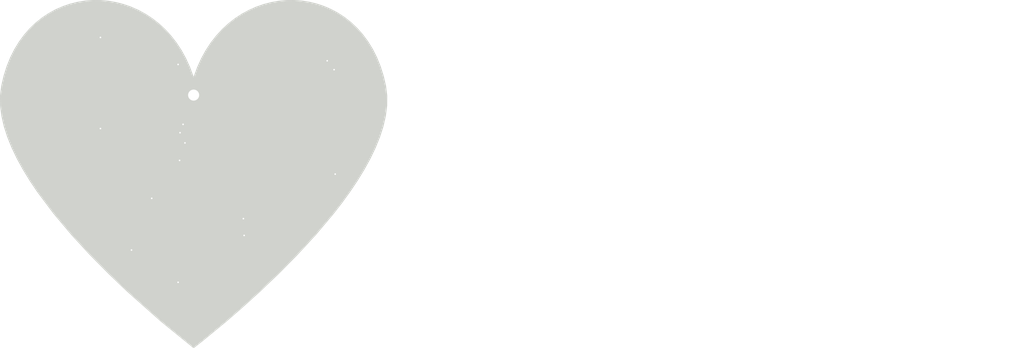
<source format=kicad_pcb>
(kicad_pcb (version 20240108) (generator "pcbnew") (generator_version "8.0")
  (layers (0 "F.Cu" signal) (31 "B.Cu" signal) (34 "B.Paste" user) (35 "F.Paste" user) (36 "B.SilkS" user "B.Silkscreen") (37 "F.SilkS" user "F.Silkscreen") (38 "B.Mask" user) (39 "F.Mask" user) (44 "Edge.Cuts" user))
  (net 0 "")
  (net 1 "Net-(BT1-+)")
  (net 2 "GND")
  (net 3 "Net-(U1-THR)")
  (net 4 "Net-(Q1-C)")
  (net 5 "Net-(U1-CV)")
  (net 6 "Net-(D2-K)")
  (net 7 "Net-(D3-K)")
  (net 8 "Net-(D4-K)")
  (net 9 "Net-(D5-K)")
  (net 10 "Net-(D6-K)")
  (net 11 "Net-(D7-K)")
  (net 12 "Net-(D8-K)")
  (net 13 "Net-(Q1-B)")
  (net 14 "Net-(Q2-C)")
  (net 15 "Net-(U1-DIS)")
  (net 16 "Net-(U1-Q)")
  (footprint "Resistor_SMD:R_0805_2012Metric" (layer "F.Cu") (at 190.9125 75 90)
    (property "Reference" "R8" (at 0 -1.65 90) (layer "F.SilkS"))
    (property "Value" "1k")
    (fp_line (start -0.227064 -0.735) (end 0.227064 -0.735) (stroke (width 0.12)) (layer "F.SilkS"))
    (fp_line (start -0.227064 0.735) (end 0.227064 0.735) (stroke (width 0.12)) (layer "F.SilkS"))
    (pad "1" smd roundrect (at -0.9125 0 90) (size 1.025 1.4) (layers "F.Cu" "F.Paste" "F.Mask") (roundrect_rratio 0.243902) (net 10 "Net-(D6-K)"))
    (pad "2" smd roundrect (at 0.9125 0 90) (size 1.025 1.4) (layers "F.Cu" "F.Paste" "F.Mask") (roundrect_rratio 0.243902) (net 16 "Net-(U1-Q)"))
  )
  (footprint "Resistor_SMD:R_0805_2012Metric" (layer "F.Cu") (at 230.9125 70 90)
    (property "Reference" "R10" (at 0 -1.65 90) (layer "F.SilkS"))
    (property "Value" "1k")
    (fp_line (start -0.227064 -0.735) (end 0.227064 -0.735) (stroke (width 0.12)) (layer "F.SilkS"))
    (fp_line (start -0.227064 0.735) (end 0.227064 0.735) (stroke (width 0.12)) (layer "F.SilkS"))
    (pad "1" smd roundrect (at -0.9125 0 90) (size 1.025 1.4) (layers "F.Cu" "F.Paste" "F.Mask") (roundrect_rratio 0.243902) (net 11 "Net-(D7-K)"))
    (pad "2" smd roundrect (at 0.9125 0 90) (size 1.025 1.4) (layers "F.Cu" "F.Paste" "F.Mask") (roundrect_rratio 0.243902) (net 16 "Net-(U1-Q)"))
  )
  (footprint "Resistor_SMD:R_0805_2012Metric" (layer "F.Cu") (at 230 115 180)
    (property "Reference" "R12" (at 0 -1.65 0) (layer "F.SilkS"))
    (property "Value" "100")
    (fp_line (start -0.227064 0.735) (end 0.227064 0.735) (stroke (width 0.12)) (layer "F.SilkS"))
    (fp_line (start -0.227064 -0.735) (end 0.227064 -0.735) (stroke (width 0.12)) (layer "F.SilkS"))
    (pad "1" smd roundrect (at -0.9125 0 180) (size 1.025 1.4) (layers "F.Cu" "F.Paste" "F.Mask") (roundrect_rratio 0.243902) (net 16 "Net-(U1-Q)"))
    (pad "2" smd roundrect (at 0.9125 0 180) (size 1.025 1.4) (layers "F.Cu" "F.Paste" "F.Mask") (roundrect_rratio 0.243902) (net 12 "Net-(D8-K)"))
  )
  (footprint "Resistor_SMD:R_0805_2012Metric" (layer "F.Cu") (at 210.9125 95)
    (property "Reference" "C1" (at 0 -1.65 0) (layer "F.SilkS"))
    (property "Value" "10uF")
    (fp_line (start -0.227064 -0.735) (end 0.227064 -0.735) (stroke (width 0.12)) (layer "F.SilkS"))
    (fp_line (start -0.227064 0.735) (end 0.227064 0.735) (stroke (width 0.12)) (layer "F.SilkS"))
    (pad "1" smd roundrect (at -0.9125 0) (size 1.025 1.4) (layers "F.Cu" "F.Paste" "F.Mask") (roundrect_rratio 0.243902) (net 3 "Net-(U1-THR)"))
    (pad "2" smd roundrect (at 0.9125 0) (size 1.025 1.4) (layers "F.Cu" "F.Paste" "F.Mask") (roundrect_rratio 0.243902) (net 2 "GND"))
  )
  (footprint "Capacitor_Tantalum_SMD:CP_EIA-3216-18_Kemet-A" (layer "F.Cu") (at 226.35 75)
    (property "Reference" "C3" (at 0 -1.75 0) (layer "F.SilkS"))
    (property "Value" "47uF")
    (fp_line (start -2.31 -0.935) (end -2.31 0.935) (stroke (width 0.12)) (layer "F.SilkS"))
    (fp_line (start -2.31 0.935) (end 1.6 0.935) (stroke (width 0.12)) (layer "F.SilkS"))
    (fp_line (start 1.6 -0.935) (end -2.31 -0.935) (stroke (width 0.12)) (layer "F.SilkS"))
    (pad "1" smd roundrect (at -1.35 0) (size 1.4 1.35) (layers "F.Cu" "F.Paste" "F.Mask") (roundrect_rratio 0.185185) (net 4 "Net-(Q1-C)"))
    (pad "2" smd roundrect (at 1.35 0) (size 1.4 1.35) (layers "F.Cu" "F.Paste" "F.Mask") (roundrect_rratio 0.185185) (net 2 "GND"))
  )
  (footprint "LED_SMD:LED_0805_2012Metric" (layer "F.Cu") (at 239.0625 65)
    (property "Reference" "D7" (at 0 -1.65 0) (layer "F.SilkS"))
    (property "Value" "LED")
    (fp_line (start -1.685 -0.96) (end -1.685 0.96) (stroke (width 0.12)) (layer "F.SilkS"))
    (fp_line (start -1.685 0.96) (end 1 0.96) (stroke (width 0.12)) (layer "F.SilkS"))
    (fp_line (start 1 -0.96) (end -1.685 -0.96) (stroke (width 0.12)) (layer "F.SilkS"))
    (pad "1" smd roundrect (at -0.9375 0) (size 0.975 1.4) (layers "F.Cu" "F.Paste" "F.Mask") (net 11 "Net-(D7-K)"))
    (pad "2" smd roundrect (at 0.9375 0) (size 0.975 1.4) (layers "F.Cu" "F.Paste" "F.Mask") (net 2 "GND"))
  )
  (footprint "MountingHole:MountingHole_2.1mm" (layer "F.Cu") (at 220 80)
    (property "Reference" "REF**" (hide yes))
    (property "Value" "MountingHole_2.1mm")
    (pad "" np_thru_hole circle (at 0 0) (size 2.1 2.1) (drill 2.1) (layers "*.Cu" "*.Mask"))
  )
  (footprint "LED_SMD:LED_0805_2012Metric" (layer "F.Cu") (at 200.9375 65)
    (property "Reference" "D6" (at -0.9375 0 0) (layer "F.SilkS"))
    (property "Value" "LED")
    (fp_line (start -1.685 -0.96) (end -1.685 0.96) (stroke (width 0.12)) (layer "F.SilkS"))
    (fp_line (start -1.685 0.96) (end 1 0.96) (stroke (width 0.12)) (layer "F.SilkS"))
    (fp_line (start 1 -0.96) (end -1.685 -0.96) (stroke (width 0.12)) (layer "F.SilkS"))
    (pad "1" smd roundrect (at -0.9375 0) (size 0.975 1.4) (layers "F.Cu" "F.Paste" "F.Mask") (net 10 "Net-(D6-K)"))
    (pad "2" smd roundrect (at 0.9375 0) (size 0.975 1.4) (layers "F.Cu" "F.Paste" "F.Mask") (net 2 "GND"))
  )
  (footprint "Resistor_SMD:R_0805_2012Metric" (layer "F.Cu") (at 245 95 -90)
    (property "Reference" "R11" (at 0 -1.65 90) (layer "F.SilkS"))
    (property "Value" "1k")
    (fp_line (start -0.227064 0.735) (end 0.227064 0.735) (stroke (width 0.12)) (layer "F.SilkS"))
    (fp_line (start -0.227064 -0.735) (end 0.227064 -0.735) (stroke (width 0.12)) (layer "F.SilkS"))
    (pad "1" smd roundrect (at -0.9125 0 270) (size 1.025 1.4) (layers "F.Cu" "F.Paste" "F.Mask") (roundrect_rratio 0.243902) (net 7 "Net-(D3-K)"))
    (pad "2" smd roundrect (at 0.9125 0 270) (size 1.025 1.4) (layers "F.Cu" "F.Paste" "F.Mask") (roundrect_rratio 0.243902) (net 16 "Net-(U1-Q)"))
  )
  (footprint "Resistor_SMD:R_0805_2012Metric" (layer "F.Cu") (at 250.9125 75 90)
    (property "Reference" "R7" (at 0 -1.65 90) (layer "F.SilkS"))
    (property "Value" "1k")
    (fp_line (start -0.227064 -0.735) (end 0.227064 -0.735) (stroke (width 0.12)) (layer "F.SilkS"))
    (fp_line (start -0.227064 0.735) (end 0.227064 0.735) (stroke (width 0.12)) (layer "F.SilkS"))
    (pad "1" smd roundrect (at -0.9125 0 90) (size 1.025 1.4) (layers "F.Cu" "F.Paste" "F.Mask") (roundrect_rratio 0.243902) (net 8 "Net-(D4-K)"))
    (pad "2" smd roundrect (at 0.9125 0 90) (size 1.025 1.4) (layers "F.Cu" "F.Paste" "F.Mask") (roundrect_rratio 0.243902) (net 16 "Net-(U1-Q)"))
  )
  (footprint "LED_SMD:LED_0805_2012Metric" (layer "F.Cu") (at 205.9375 105)
    (property "Reference" "D2" (at 0 -1.65 0) (layer "F.SilkS"))
    (property "Value" "LED")
    (fp_line (start -1.685 -0.96) (end -1.685 0.96) (stroke (width 0.12)) (layer "F.SilkS"))
    (fp_line (start -1.685 0.96) (end 1 0.96) (stroke (width 0.12)) (layer "F.SilkS"))
    (fp_line (start 1 -0.96) (end -1.685 -0.96) (stroke (width 0.12)) (layer "F.SilkS"))
    (pad "1" smd roundrect (at -0.9375 0) (size 0.975 1.4) (layers "F.Cu" "F.Paste" "F.Mask") (net 6 "Net-(D2-K)"))
    (pad "2" smd roundrect (at 0.9375 0) (size 0.975 1.4) (layers "F.Cu" "F.Paste" "F.Mask") (net 2 "GND"))
  )
  (footprint "Resistor_SMD:R_0805_2012Metric" (layer "F.Cu") (at 235.9125 85)
    (property "Reference" "C4" (at 0 -1.65 0) (layer "F.SilkS"))
    (property "Value" "10nF")
    (fp_line (start -0.227064 -0.735) (end 0.227064 -0.735) (stroke (width 0.12)) (layer "F.SilkS"))
    (fp_line (start -0.227064 0.735) (end 0.227064 0.735) (stroke (width 0.12)) (layer "F.SilkS"))
    (pad "1" smd roundrect (at -0.9125 0) (size 1.025 1.4) (layers "F.Cu" "F.Paste" "F.Mask") (roundrect_rratio 0.243902) (net 5 "Net-(U1-CV)"))
    (pad "2" smd roundrect (at 0.9125 0) (size 1.025 1.4) (layers "F.Cu" "F.Paste" "F.Mask") (roundrect_rratio 0.243902) (net 2 "GND"))
  )
  (footprint "Package_TO_SOT_SMD:SOT-23" (layer "F.Cu") (at 229.0625 105)
    (property "Reference" "Q1" (at 0 -2.4 0) (layer "F.SilkS"))
    (property "Value" "BC857")
    (fp_line (start 0 -1.56) (end -0.65 -1.56) (stroke (width 0.12)) (layer "F.SilkS"))
    (fp_line (start 0 -1.56) (end 0.65 -1.56) (stroke (width 0.12)) (layer "F.SilkS"))
    (fp_line (start 0 1.56) (end -0.65 1.56) (stroke (width 0.12)) (layer "F.SilkS"))
    (fp_line (start 0 1.56) (end 0.65 1.56) (stroke (width 0.12)) (layer "F.SilkS"))
    (fp_poly (pts (xy -1.1625 -1.51) (xy -1.4025 -1.84) (xy -0.9225 -1.84) (xy -1.1625 -1.51)) (stroke (width 0.12)) (fill solid) (layer "F.SilkS"))
    (pad "1" smd roundrect (at -0.9375 -0.95) (size 1.475 0.6) (layers "F.Cu" "F.Paste" "F.Mask") (net 13 "Net-(Q1-B)"))
    (pad "2" smd roundrect (at -0.9375 0.95) (size 1.475 0.6) (layers "F.Cu" "F.Paste" "F.Mask") (net 1 "Net-(BT1-+)"))
    (pad "3" smd roundrect (at 0.9375 0) (size 1.475 0.6) (layers "F.Cu" "F.Paste" "F.Mask") (net 4 "Net-(Q1-C)"))
  )
  (footprint "Package_SO:SOIC-8_3.9x4.9mm_P1.27mm" (layer "F.Cu") (at 217.525 88.095)
    (property "Reference" "U1" (at 0 -3.4 0) (layer "F.SilkS"))
    (property "Value" "LMC555xM")
    (fp_line (start 0 -2.56) (end -1.95 -2.56) (stroke (width 0.12)) (layer "F.SilkS"))
    (fp_line (start 0 -2.56) (end 1.95 -2.56) (stroke (width 0.12)) (layer "F.SilkS"))
    (fp_line (start 0 2.56) (end -1.95 2.56) (stroke (width 0.12)) (layer "F.SilkS"))
    (fp_line (start 0 2.56) (end 1.95 2.56) (stroke (width 0.12)) (layer "F.SilkS"))
    (fp_poly (pts (xy -2.7 -2.465) (xy -2.94 -2.795) (xy -2.46 -2.795) (xy -2.7 -2.465)) (stroke (width 0.12)) (fill solid) (layer "F.SilkS"))
    (pad "1" smd roundrect (at -2.475 -1.905) (size 1.95 0.6) (layers "F.Cu" "F.Paste" "F.Mask") (net 2 "GND"))
    (pad "2" smd roundrect (at -2.475 -0.635) (size 1.95 0.6) (layers "F.Cu" "F.Paste" "F.Mask") (net 3 "Net-(U1-THR)"))
    (pad "3" smd roundrect (at -2.475 0.635) (size 1.95 0.6) (layers "F.Cu" "F.Paste" "F.Mask") (net 16 "Net-(U1-Q)"))
    (pad "4" smd roundrect (at -2.475 1.905) (size 1.95 0.6) (layers "F.Cu" "F.Paste" "F.Mask") (net 4 "Net-(Q1-C)"))
    (pad "5" smd roundrect (at 2.475 1.905) (size 1.95 0.6) (layers "F.Cu" "F.Paste" "F.Mask") (net 5 "Net-(U1-CV)"))
    (pad "6" smd roundrect (at 2.475 0.635) (size 1.95 0.6) (layers "F.Cu" "F.Paste" "F.Mask") (net 3 "Net-(U1-THR)"))
    (pad "7" smd roundrect (at 2.475 -0.635) (size 1.95 0.6) (layers "F.Cu" "F.Paste" "F.Mask") (net 15 "Net-(U1-DIS)"))
    (pad "8" smd roundrect (at 2.475 -1.905) (size 1.95 0.6) (layers "F.Cu" "F.Paste" "F.Mask") (net 4 "Net-(Q1-C)"))
  )
  (footprint "Resistor_SMD:R_0805_2012Metric" (layer "F.Cu") (at 209.0875 75 90)
    (property "Reference" "R4" (at 0 -1.65 90) (layer "F.SilkS"))
    (property "Value" "10k")
    (fp_line (start -0.227064 -0.735) (end 0.227064 -0.735) (stroke (width 0.12)) (layer "F.SilkS"))
    (fp_line (start -0.227064 0.735) (end 0.227064 0.735) (stroke (width 0.12)) (layer "F.SilkS"))
    (pad "1" smd roundrect (at -0.9125 0 90) (size 1.025 1.4) (layers "F.Cu" "F.Paste" "F.Mask") (roundrect_rratio 0.243902) (net 4 "Net-(Q1-C)"))
    (pad "2" smd roundrect (at 0.9125 0 90) (size 1.025 1.4) (layers "F.Cu" "F.Paste" "F.Mask") (roundrect_rratio 0.243902) (net 15 "Net-(U1-DIS)"))
  )
  (footprint "LED_SMD:LED_0805_2012Metric" (layer "F.Cu") (at 235.9375 105)
    (property "Reference" "D3" (at 0 -1.65 0) (layer "F.SilkS"))
    (property "Value" "LED")
    (fp_line (start -1.685 -0.96) (end -1.685 0.96) (stroke (width 0.12)) (layer "F.SilkS"))
    (fp_line (start -1.685 0.96) (end 1 0.96) (stroke (width 0.12)) (layer "F.SilkS"))
    (fp_line (start 1 -0.96) (end -1.685 -0.96) (stroke (width 0.12)) (layer "F.SilkS"))
    (pad "1" smd roundrect (at -0.9375 0) (size 0.975 1.4) (layers "F.Cu" "F.Paste" "F.Mask") (net 7 "Net-(D3-K)"))
    (pad "2" smd roundrect (at 0.9375 0) (size 0.975 1.4) (layers "F.Cu" "F.Paste" "F.Mask") (net 2 "GND"))
  )
  (footprint "Resistor_SMD:R_0805_2012Metric" (layer "F.Cu") (at 214.0875 110)
    (property "Reference" "R3" (at 0 -1.65 0) (layer "F.SilkS"))
    (property "Value" "1k")
    (fp_line (start -0.227064 -0.735) (end 0.227064 -0.735) (stroke (width 0.12)) (layer "F.SilkS"))
    (fp_line (start -0.227064 0.735) (end 0.227064 0.735) (stroke (width 0.12)) (layer "F.SilkS"))
    (pad "1" smd roundrect (at -0.9125 0) (size 1.025 1.4) (layers "F.Cu" "F.Paste" "F.Mask") (roundrect_rratio 0.243902) (net 14 "Net-(Q2-C)"))
    (pad "2" smd roundrect (at 0.9125 0) (size 1.025 1.4) (layers "F.Cu" "F.Paste" "F.Mask") (roundrect_rratio 0.243902) (net 13 "Net-(Q1-B)"))
  )
  (footprint "Package_TO_SOT_SMD:SOT-23" (layer "F.Cu") (at 220.9375 114.05)
    (property "Reference" "Q2" (at 0 -2.4 0) (layer "F.SilkS"))
    (property "Value" "Q_Photo_NPN")
    (fp_line (start 0 -1.56) (end -0.65 -1.56) (stroke (width 0.12)) (layer "F.SilkS"))
    (fp_line (start 0 -1.56) (end 0.65 -1.56) (stroke (width 0.12)) (layer "F.SilkS"))
    (fp_line (start 0 1.56) (end -0.65 1.56) (stroke (width 0.12)) (layer "F.SilkS"))
    (fp_line (start 0 1.56) (end 0.65 1.56) (stroke (width 0.12)) (layer "F.SilkS"))
    (fp_poly (pts (xy -1.1625 -1.51) (xy -1.4025 -1.84) (xy -0.9225 -1.84) (xy -1.1625 -1.51)) (stroke (width 0.12)) (fill solid) (layer "F.SilkS"))
    (pad "1" smd roundrect (at -0.9375 -0.95) (size 1.475 0.6) (layers "F.Cu" "F.Paste" "F.Mask") (net 14 "Net-(Q2-C)"))
    (pad "2" smd roundrect (at -0.9375 0.95) (size 1.475 0.6) (layers "F.Cu" "F.Paste" "F.Mask") (net 2 "GND"))
    (pad "3" smd roundrect (at 0.9375 0) (size 1.475 0.6) (layers "F.Cu" "F.Paste" "F.Mask"))
  )
  (footprint "Resistor_SMD:R_0805_2012Metric" (layer "F.Cu") (at 210.9125 115)
    (property "Reference" "R6" (at 0 -1.65 0) (layer "F.SilkS"))
    (property "Value" "1k")
    (fp_line (start -0.227064 -0.735) (end 0.227064 -0.735) (stroke (width 0.12)) (layer "F.SilkS"))
    (fp_line (start -0.227064 0.735) (end 0.227064 0.735) (stroke (width 0.12)) (layer "F.SilkS"))
    (pad "1" smd roundrect (at -0.9125 0) (size 1.025 1.4) (layers "F.Cu" "F.Paste" "F.Mask") (roundrect_rratio 0.243902) (net 6 "Net-(D2-K)"))
    (pad "2" smd roundrect (at 0.9125 0) (size 1.025 1.4) (layers "F.Cu" "F.Paste" "F.Mask") (roundrect_rratio 0.243902) (net 16 "Net-(U1-Q)"))
  )
  (footprint "LED_SMD:LED_0805_2012Metric" (layer "F.Cu") (at 190 86.39)
    (property "Reference" "D5" (at 0 -1.65 0) (layer "F.SilkS"))
    (property "Value" "LED")
    (fp_line (start -1.685 -0.96) (end -1.685 0.96) (stroke (width 0.12)) (layer "F.SilkS"))
    (fp_line (start -1.685 0.96) (end 1 0.96) (stroke (width 0.12)) (layer "F.SilkS"))
    (fp_line (start 1 -0.96) (end -1.685 -0.96) (stroke (width 0.12)) (layer "F.SilkS"))
    (pad "1" smd roundrect (at -0.9375 0) (size 0.975 1.4) (layers "F.Cu" "F.Paste" "F.Mask") (net 9 "Net-(D5-K)"))
    (pad "2" smd roundrect (at 0.9375 0) (size 0.975 1.4) (layers "F.Cu" "F.Paste" "F.Mask") (net 2 "GND"))
  )
  (footprint "Resistor_SMD:R_0805_2012Metric" (layer "F.Cu") (at 229.0875 80 90)
    (property "Reference" "R2" (at 0.9125 -1.65 90) (layer "F.SilkS"))
    (property "Value" "820k")
    (fp_line (start -0.227064 -0.735) (end 0.227064 -0.735) (stroke (width 0.12)) (layer "F.SilkS"))
    (fp_line (start -0.227064 0.735) (end 0.227064 0.735) (stroke (width 0.12)) (layer "F.SilkS"))
    (pad "1" smd roundrect (at -0.9125 0 90) (size 1.025 1.4) (layers "F.Cu" "F.Paste" "F.Mask") (roundrect_rratio 0.243902) (net 2 "GND"))
    (pad "2" smd roundrect (at 0.9125 0 90) (size 1.025 1.4) (layers "F.Cu" "F.Paste" "F.Mask") (roundrect_rratio 0.243902) (net 4 "Net-(Q1-C)"))
  )
  (footprint "LED_SMD:LED_0805_2012Metric" (layer "F.Cu") (at 250.9375 85)
    (property "Reference" "D4" (at 0 -1.65 0) (layer "F.SilkS"))
    (property "Value" "LED")
    (fp_line (start -1.685 -0.96) (end -1.685 0.96) (stroke (width 0.12)) (layer "F.SilkS"))
    (fp_line (start -1.685 0.96) (end 1 0.96) (stroke (width 0.12)) (layer "F.SilkS"))
    (fp_line (start 1 -0.96) (end -1.685 -0.96) (stroke (width 0.12)) (layer "F.SilkS"))
    (pad "1" smd roundrect (at -0.9375 0) (size 0.975 1.4) (layers "F.Cu" "F.Paste" "F.Mask") (net 8 "Net-(D4-K)"))
    (pad "2" smd roundrect (at 0.9375 0) (size 0.975 1.4) (layers "F.Cu" "F.Paste" "F.Mask") (net 2 "GND"))
  )
  (footprint "Resistor_SMD:R_0805_2012Metric" (layer "F.Cu") (at 195.9125 95 90)
    (property "Reference" "R9" (at 0 -1.65 90) (layer "F.SilkS"))
    (property "Value" "1k")
    (fp_line (start -0.227064 -0.735) (end 0.227064 -0.735) (stroke (width 0.12)) (layer "F.SilkS"))
    (fp_line (start -0.227064 0.735) (end 0.227064 0.735) (stroke (width 0.12)) (layer "F.SilkS"))
    (pad "1" smd roundrect (at -0.9125 0 90) (size 1.025 1.4) (layers "F.Cu" "F.Paste" "F.Mask") (roundrect_rratio 0.243902) (net 9 "Net-(D5-K)"))
    (pad "2" smd roundrect (at 0.9125 0 90) (size 1.025 1.4) (layers "F.Cu" "F.Paste" "F.Mask") (roundrect_rratio 0.243902) (net 16 "Net-(U1-Q)"))
  )
  (footprint "LED_SMD:LED_0805_2012Metric" (layer "F.Cu") (at 220.9375 120)
    (property "Reference" "D8" (at 0 -1.65 0) (layer "F.SilkS"))
    (property "Value" "LED")
    (fp_line (start -1.685 -0.96) (end -1.685 0.96) (stroke (width 0.12)) (layer "F.SilkS"))
    (fp_line (start -1.685 0.96) (end 1 0.96) (stroke (width 0.12)) (layer "F.SilkS"))
    (fp_line (start 1 -0.96) (end -1.685 -0.96) (stroke (width 0.12)) (layer "F.SilkS"))
    (pad "1" smd roundrect (at -0.9375 0) (size 0.975 1.4) (layers "F.Cu" "F.Paste" "F.Mask") (net 12 "Net-(D8-K)"))
    (pad "2" smd roundrect (at 0.9375 0) (size 0.975 1.4) (layers "F.Cu" "F.Paste" "F.Mask") (net 2 "GND"))
  )
  (footprint "Button_Switch_SMD:SW_SPST_TL3342" (layer "F.Cu") (at 216.85 101.9)
    (property "Reference" "SW1" (at 0 -3.75 0) (layer "F.SilkS"))
    (property "Value" "SW_Push")
    (fp_line (start -2.75 -1) (end -2.75 1) (stroke (width 0.12)) (layer "F.SilkS"))
    (fp_line (start -1.7 -2.3) (end -1.25 -2.75) (stroke (width 0.12)) (layer "F.SilkS"))
    (fp_line (start -1.7 2.3) (end -1.25 2.75) (stroke (width 0.12)) (layer "F.SilkS"))
    (fp_line (start -1.25 -2.75) (end 1.25 -2.75) (stroke (width 0.12)) (layer "F.SilkS"))
    (fp_line (start -1.25 2.75) (end 1.25 2.75) (stroke (width 0.12)) (layer "F.SilkS"))
    (fp_line (start 1.7 -2.3) (end 1.25 -2.75) (stroke (width 0.12)) (layer "F.SilkS"))
    (fp_line (start 1.7 2.3) (end 1.25 2.75) (stroke (width 0.12)) (layer "F.SilkS"))
    (fp_line (start 2.75 -1) (end 2.75 1) (stroke (width 0.12)) (layer "F.SilkS"))
    (pad "1" smd rect (at -3.15 -1.9) (size 1.7 1) (layers "F.Cu" "F.Paste" "F.Mask") (net 2 "GND"))
    (pad "1" smd rect (at 3.15 -1.9) (size 1.7 1) (layers "F.Cu" "F.Paste" "F.Mask") (net 2 "GND"))
    (pad "2" smd rect (at -3.15 1.9) (size 1.7 1) (layers "F.Cu" "F.Paste" "F.Mask") (net 14 "Net-(Q2-C)"))
    (pad "2" smd rect (at 3.15 1.9) (size 1.7 1) (layers "F.Cu" "F.Paste" "F.Mask") (net 14 "Net-(Q2-C)"))
  )
  (footprint "Resistor_SMD:R_0805_2012Metric" (layer "F.Cu") (at 234.0875 95)
    (property "Reference" "R5" (at 0 -1.65 0) (layer "F.SilkS"))
    (property "Value" "100k")
    (fp_line (start -0.227064 -0.735) (end 0.227064 -0.735) (stroke (width 0.12)) (layer "F.SilkS"))
    (fp_line (start -0.227064 0.735) (end 0.227064 0.735) (stroke (width 0.12)) (layer "F.SilkS"))
    (pad "1" smd roundrect (at -0.9125 0) (size 1.025 1.4) (layers "F.Cu" "F.Paste" "F.Mask") (roundrect_rratio 0.243902) (net 3 "Net-(U1-THR)"))
    (pad "2" smd roundrect (at 0.9125 0) (size 1.025 1.4) (layers "F.Cu" "F.Paste" "F.Mask") (roundrect_rratio 0.243902) (net 15 "Net-(U1-DIS)"))
  )
  (footprint "Battery:BatteryHolder_Keystone_3002_1x2032" (layer "B.Cu") (at 220 105)
    (property "Reference" "BT1" (at 0 0 0) (layer "B.SilkS") (effects (justify mirror)))
    (property "Value" "Battery")
    (fp_line (start -15.55 -2.75) (end -15.55 2.75) (stroke (width 0.12)) (layer "B.SilkS"))
    (fp_line (start -15.55 2.75) (end -10.75 2.75) (stroke (width 0.12)) (layer "B.SilkS"))
    (fp_line (start -10.75 -2.75) (end -15.55 -2.75) (stroke (width 0.12)) (layer "B.SilkS"))
    (fp_line (start -3.95 -10.85) (end -10.8 -6.05) (stroke (width 0.12)) (layer "B.SilkS"))
    (fp_line (start -3.85 9.5) (end -10.55 9.5) (stroke (width 0.12)) (layer "B.SilkS"))
    (fp_line (start 3.85 9.5) (end 10.55 9.5) (stroke (width 0.12)) (layer "B.SilkS"))
    (fp_line (start 3.95 -10.85) (end -3.95 -10.85) (stroke (width 0.12)) (layer "B.SilkS"))
    (fp_line (start 10.75 -6.05) (end 3.95 -10.85) (stroke (width 0.12)) (layer "B.SilkS"))
    (fp_line (start 10.75 2.75) (end 15.55 2.75) (stroke (width 0.12)) (layer "B.SilkS"))
    (fp_line (start 15.55 -2.75) (end 10.75 -2.75) (stroke (width 0.12)) (layer "B.SilkS"))
    (fp_line (start 15.55 2.75) (end 15.55 -2.75) (stroke (width 0.12)) (layer "B.SilkS"))
    (fp_arc (start 3.85 9.5) (mid 0.00195 10.250488) (end -3.846385 9.501464) (stroke (width 0.12)) (layer "B.SilkS"))
    (pad "1" smd rect (at -12.8 0) (size 5.1 5.1) (layers "B.Cu" "B.Paste" "B.Mask") (net 1 "Net-(BT1-+)"))
    (pad "1" smd rect (at 12.8 0) (size 5.1 5.1) (layers "B.Cu" "B.Paste" "B.Mask") (net 1 "Net-(BT1-+)"))
    (pad "2" smd circle (at 0 0) (size 17.8 17.8) (layers "B.Cu" "B.Mask") (net 2 "GND"))
  )
  (gr_poly (pts (xy 240.544378 62.056335) (xy 241.988607 62.286691) (xy 243.411077 62.637971) (xy 244.804217 63.110299) (xy 246.160457 63.7038) (xy 247.472226 64.418596) (xy 248.731951 65.254812) (xy 249.932063 66.212572) (xy 251.064989 67.291998) (xy 252.123158 68.493215) (xy 253.099 69.816346) (xy 253.984942 71.261515) (xy 254.773414 72.828846) (xy 255.456845 74.518463) (xy 256.027664 76.330489) (xy 256.478298 78.265048) (xy 256.704029 80.107257) (xy 256.687438 82.007223) (xy 256.443945 83.957321) (xy 255.988972 85.949929) (xy 255.337941 87.977425) (xy 254.506274 90.032185) (xy 253.50939 92.106587) (xy 252.362713 94.193007) (xy 251.081663 96.283823) (xy 249.681662 98.371412) (xy 248.178132 100.448151) (xy 246.586493 102.506417) (xy 243.200577 106.537039) (xy 239.647285 110.402296) (xy 236.049988 114.041203) (xy 232.53206 117.392779) (xy 229.21687 120.39604) (xy 226.22779 122.990003) (xy 221.721449 126.706104) (xy 220.000008 128.053219) (xy 213.772198 122.990003) (xy 207.467904 117.392779) (xy 203.949963 114.041203) (xy 200.352656 110.402296) (xy 196.799356 106.537039) (xy 193.413435 102.506417) (xy 190.318265 98.371412) (xy 188.918266 96.283823) (xy 187.637219 94.193007) (xy 186.490546 92.106587) (xy 185.493669 90.032185) (xy 184.662009 87.977425) (xy 184.010988 85.949929) (xy 183.556027 83.957321) (xy 183.312548 82.007223) (xy 183.295972 80.107257) (xy 183.521721 78.265048) (xy 183.972302 76.33049) (xy 184.543074 74.518466) (xy 185.226467 72.828854) (xy 186.014908 71.261528) (xy 186.900826 69.816365) (xy 187.876649 68.493241) (xy 188.934806 67.292033) (xy 190.067725 66.212615) (xy 191.267834 65.254865) (xy 192.527561 64.418659) (xy 193.839335 63.703872) (xy 195.195585 63.110381) (xy 196.588738 62.638062) (xy 198.011223 62.286791) (xy 199.455468 62.056444) (xy 200.913902 61.946897) (xy 202.378952 61.958027) (xy 203.843048 62.089709) (xy 205.298617 62.34182) (xy 206.738089 62.714235) (xy 208.15389 63.206832) (xy 209.538451 63.819485) (xy 210.884198 64.552071) (xy 212.18356 65.404467) (xy 213.428966 66.376548) (xy 214.612844 67.468191) (xy 215.727622 68.679271) (xy 216.765729 70.009664) (xy 217.719592 71.459248) (xy 218.581641 73.027897) (xy 219.344304 74.715489) (xy 220.000008 76.521899) (xy 220.65573 74.715462) (xy 221.418403 73.027846) (xy 222.280458 71.459176) (xy 223.234323 70.009575) (xy 224.272427 68.679167) (xy 225.387198 67.468076) (xy 226.571066 66.376424) (xy 227.816459 65.404336) (xy 229.115806 64.551936) (xy 230.461535 63.819348) (xy 231.846077 63.206694) (xy 233.261858 62.714099) (xy 234.701309 62.341687) (xy 236.156857 62.08958) (xy 237.620933 61.957904) (xy 239.085963 61.946781)) (stroke (width -0.000001)) (fill solid) (layer "Edge.Cuts"))
  (segment (start 211.3442 106.2933) (end 228.125 106.2933) (width 0.2) (layer "F.Cu") (net 1))
  (segment (start 208.2234 109.4141) (end 211.3442 106.2933) (width 0.2) (layer "F.Cu") (net 1))
  (segment (start 229.5738 106.6366) (end 228.4683 106.6366) (width 0.2) (layer "F.Cu") (net 1))
  (segment (start 228.4683 106.6366) (end 228.125 106.2933) (width 0.2) (layer "F.Cu") (net 1))
  (segment (start 228.125 106.2933) (end 228.125 105.95) (width 0.2) (layer "F.Cu") (net 1))
  (via (at 208.2234 109.4141) (size 0.6) (drill 0.3) (layers "F.Cu" "B.Cu") (net 1))
  (via (at 229.5738 106.6366) (size 0.6) (drill 0.3) (layers "F.Cu" "B.Cu") (net 1))
  (segment (start 207.2 108.3907) (end 207.2 105) (width 0.2) (layer "B.Cu") (net 1))
  (segment (start 208.2234 109.4141) (end 207.2 108.3907) (width 0.2) (layer "B.Cu") (net 1))
  (segment (start 229.9483 106.2621) (end 229.5738 106.6366) (width 0.2) (layer "B.Cu") (net 1))
  (segment (start 232.8 105) (end 229.9483 105) (width 0.2) (layer "B.Cu") (net 1))
  (segment (start 229.9483 105) (end 229.9483 106.2621) (width 0.2) (layer "B.Cu") (net 1))
  (segment (start 230.0937 77.3937) (end 230.0937 79.9063) (width 0.2) (layer "F.Cu") (net 2))
  (segment (start 212.0583 99.5959) (end 212.0583 100) (width 0.2) (layer "F.Cu") (net 2))
  (segment (start 230.0937 77.3937) (end 242.3209 77.3937) (width 0.2) (layer "F.Cu") (net 2))
  (segment (start 242.3209 77.3937) (end 245.9243 73.7903) (width 0.2) (layer "F.Cu") (net 2))
  (segment (start 233.0727 106.0134) (end 227.0593 100) (width 0.2) (layer "F.Cu") (net 2))
  (segment (start 213.7 100) (end 220 100) (width 0.2) (layer "F.Cu") (net 2))
  (segment (start 190.9375 86.39) (end 190.9766 86.3509) (width 0.2) (layer "F.Cu") (net 2))
  (segment (start 217.0566 115.5345) (end 219.4655 115.5345) (width 0.2) (layer "F.Cu") (net 2))
  (segment (start 201.875 65) (end 201.875 68.5939) (width 0.2) (layer "F.Cu") (net 2))
  (segment (start 219.4655 117.5905) (end 219.4655 115.5345) (width 0.2) (layer "F.Cu") (net 2))
  (segment (start 221.875 120) (end 219.4655 117.5905) (width 0.2) (layer "F.Cu") (net 2))
  (segment (start 230.0937 79.9063) (end 229.0875 80.9125) (width 0.2) (layer "F.Cu") (net 2))
  (segment (start 202.3346 86.3509) (end 202.3346 86.19) (width 0.2) (layer "F.Cu") (net 2))
  (segment (start 227.0593 100) (end 220 100) (width 0.2) (layer "F.Cu") (net 2))
  (segment (start 211.825 95) (end 211.825 99.3626) (width 0.2) (layer "F.Cu") (net 2))
  (segment (start 212.4657 100) (end 212.507 100) (width 0.2) (layer "F.Cu") (net 2))
  (segment (start 206.875 105) (end 211.875 100) (width 0.2) (layer "F.Cu") (net 2))
  (segment (start 211.875 100) (end 212.0583 100) (width 0.2) (layer "F.Cu") (net 2))
  (segment (start 235.8616 106.0134) (end 233.0727 106.0134) (width 0.2) (layer "F.Cu") (net 2))
  (segment (start 250.8563 86.0187) (end 237.8437 86.0187) (width 0.2) (layer "F.Cu") (net 2))
  (segment (start 212.507 100) (end 212.5483 100) (width 0.2) (layer "F.Cu") (net 2))
  (segment (start 202.3346 86.19) (end 215.05 86.19) (width 0.2) (layer "F.Cu") (net 2))
  (segment (start 212.5483 100) (end 212.627 100) (width 0.2) (layer "F.Cu") (net 2))
  (segment (start 211.825 99.3626) (end 212.0583 99.5959) (width 0.2) (layer "F.Cu") (net 2))
  (segment (start 251.875 85) (end 250.8563 86.0187) (width 0.2) (layer "F.Cu") (net 2))
  (segment (start 229.0875 80.9125) (end 229.0875 83.9423) (width 0.2) (layer "F.Cu") (net 2))
  (segment (start 229.0875 83.9423) (end 226.2063 86.8235) (width 0.2) (layer "F.Cu") (net 2))
  (segment (start 237.8437 86.0187) (end 236.825 85) (width 0.2) (layer "F.Cu") (net 2))
  (segment (start 227.7 75) (end 230.0937 77.3937) (width 0.2) (layer "F.Cu") (net 2))
  (segment (start 190.9766 86.3509) (end 202.3346 86.3509) (width 0.2) (layer "F.Cu") (net 2))
  (segment (start 245.9243 70.9243) (end 240 65) (width 0.2) (layer "F.Cu") (net 2))
  (segment (start 245.9243 73.7903) (end 245.9243 70.9243) (width 0.2) (layer "F.Cu") (net 2))
  (segment (start 201.875 68.5939) (end 202.3346 69.0535) (width 0.2) (layer "F.Cu") (net 2))
  (segment (start 217.957 86.8235) (end 217.3235 86.19) (width 0.2) (layer "F.Cu") (net 2))
  (segment (start 213.7 100) (end 212.627 100) (width 0.2) (layer "F.Cu") (net 2))
  (segment (start 235.7673 83.9423) (end 236.825 85) (width 0.2) (layer "F.Cu") (net 2))
  (segment (start 229.0875 83.9423) (end 235.7673 83.9423) (width 0.2) (layer "F.Cu") (net 2))
  (segment (start 212.0583 100) (end 212.4244 100) (width 0.2) (layer "F.Cu") (net 2))
  (segment (start 226.2063 86.8235) (end 217.957 86.8235) (width 0.2) (layer "F.Cu") (net 2))
  (segment (start 219.4655 115.5345) (end 220 115) (width 0.2) (layer "F.Cu") (net 2))
  (segment (start 217.3235 86.19) (end 215.05 86.19) (width 0.2) (layer "F.Cu") (net 2))
  (segment (start 212.4244 100) (end 212.4657 100) (width 0.2) (layer "F.Cu") (net 2))
  (segment (start 236.875 105) (end 235.8616 106.0134) (width 0.2) (layer "F.Cu") (net 2))
  (via (at 212.0583 99.5959) (size 0.6) (drill 0.3) (layers "F.Cu" "B.Cu") (net 2))
  (via (at 202.3346 69.0535) (size 0.6) (drill 0.3) (layers "F.Cu" "B.Cu") (net 2))
  (via (at 202.3346 86.3509) (size 0.6) (drill 0.3) (layers "F.Cu" "B.Cu") (net 2))
  (via (at 217.0566 115.5345) (size 0.6) (drill 0.3) (layers "F.Cu" "B.Cu") (net 2))
  (segment (start 218.7313 106.2687) (end 218.7312 106.2688) (width 0.2) (layer "B.Cu") (net 2))
  (segment (start 212.0583 96.0746) (end 212.0583 99.5959) (width 0.2) (layer "B.Cu") (net 2))
  (segment (start 202.3346 69.0535) (end 202.3346 81.9577) (width 0.2) (layer "B.Cu") (net 2))
  (segment (start 220 105) (end 218.7313 106.2687) (width 0.2) (layer "B.Cu") (net 2))
  (segment (start 217.0566 111.6976) (end 217.0566 111.7389) (width 0.2) (layer "B.Cu") (net 2))
  (segment (start 202.3346 81.999) (end 202.3346 86.3509) (width 0.2) (layer "B.Cu") (net 2))
  (segment (start 217.0566 111.7389) (end 217.0566 115.5345) (width 0.2) (layer "B.Cu") (net 2))
  (segment (start 218.7312 106.2688) (end 217.0566 107.9434) (width 0.2) (layer "B.Cu") (net 2))
  (segment (start 217.0566 107.9434) (end 217.0566 111.6976) (width 0.2) (layer "B.Cu") (net 2))
  (segment (start 218.7312 106.2688) (end 212.0583 99.5959) (width 0.2) (layer "B.Cu") (net 2))
  (segment (start 202.3346 81.9577) (end 202.3346 81.999) (width 0.2) (layer "B.Cu") (net 2))
  (segment (start 202.3346 86.3509) (end 212.0583 96.0746) (width 0.2) (layer "B.Cu") (net 2))
  (segment (start 219.6145 88.73) (end 219.7363 88.73) (width 0.2) (layer "F.Cu") (net 3))
  (segment (start 214.8201 93.5244) (end 218.357 89.9875) (width 0.2) (layer "F.Cu") (net 3))
  (segment (start 219.2609 89.0836) (end 217.9214 87.7442) (width 0.2) (layer "F.Cu") (net 3))
  (segment (start 215.3342 87.7442) (end 215.05 87.46) (width 0.2) (layer "F.Cu") (net 3))
  (segment (start 223.3695 95) (end 218.357 89.9875) (width 0.2) (layer "F.Cu") (net 3))
  (segment (start 218.357 89.9875) (end 219.2609 89.0836) (width 0.2) (layer "F.Cu") (net 3))
  (segment (start 211.4756 93.5244) (end 214.8201 93.5244) (width 0.2) (layer "F.Cu") (net 3))
  (segment (start 233.175 95) (end 223.3695 95) (width 0.2) (layer "F.Cu") (net 3))
  (segment (start 219.7776 88.73) (end 220 88.73) (width 0.2) (layer "F.Cu") (net 3))
  (segment (start 217.9214 87.7442) (end 215.3342 87.7442) (width 0.2) (layer "F.Cu") (net 3))
  (segment (start 219.2609 89.0836) (end 219.6145 88.73) (width 0.2) (layer "F.Cu") (net 3))
  (segment (start 219.7363 88.73) (end 219.7776 88.73) (width 0.2) (layer "F.Cu") (net 3))
  (segment (start 210 95) (end 211.4756 93.5244) (width 0.2) (layer "F.Cu") (net 3))
  (segment (start 217.9977 85.5505) (end 218.5085 85.5505) (width 0.2) (layer "F.Cu") (net 4))
  (segment (start 209.0875 75.9125) (end 210.4573 77.2823) (width 0.2) (layer "F.Cu") (net 4))
  (segment (start 222.2211 83.9689) (end 222.1798 83.9689) (width 0.2) (layer "F.Cu") (net 4))
  (segment (start 217.432 90) (end 218.3589 89.0731) (width 0.2) (layer "F.Cu") (net 4))
  (segment (start 220 83.9689) (end 220 85.5505) (width 0.2) (layer "F.Cu") (net 4))
  (segment (start 215.05 90) (end 217.432 90) (width 0.2) (layer "F.Cu") (net 4))
  (segment (start 229.0875 79.0875) (end 228.095 78.095) (width 0.2) (layer "F.Cu") (net 4))
  (segment (start 220 85.5505) (end 217.9977 85.5505) (width 0.2) (layer "F.Cu") (net 4))
  (segment (start 210.4573 77.2823) (end 222.7177 77.2823) (width 0.2) (layer "F.Cu") (net 4))
  (segment (start 230 104.0159) (end 229.4344 103.4503) (width 0.2) (layer "F.Cu") (net 4))
  (segment (start 228.095 78.095) (end 222.2211 83.9689) (width 0.2) (layer "F.Cu") (net 4))
  (segment (start 218.5085 85.5505) (end 217.9977 85.5505) (width 0.2) (layer "F.Cu") (net 4))
  (segment (start 222.7177 77.2823) (end 225 75) (width 0.2) (layer "F.Cu") (net 4))
  (segment (start 222.1798 83.9689) (end 220 83.9689) (width 0.2) (layer "F.Cu") (net 4))
  (segment (start 220 85.5505) (end 220 86.19) (width 0.2) (layer "F.Cu") (net 4))
  (segment (start 230 105) (end 230 104.0159) (width 0.2) (layer "F.Cu") (net 4))
  (segment (start 228.095 78.095) (end 225 75) (width 0.2) (layer "F.Cu") (net 4))
  (via (at 218.3589 89.0731) (size 0.6) (drill 0.3) (layers "F.Cu" "B.Cu") (net 4))
  (via (at 229.4344 103.4503) (size 0.6) (drill 0.3) (layers "F.Cu" "B.Cu") (net 4))
  (via (at 217.9977 85.5505) (size 0.6) (drill 0.3) (layers "F.Cu" "B.Cu") (net 4))
  (segment (start 217.9977 85.5505) (end 218.3589 85.9117) (width 0.2) (layer "B.Cu") (net 4))
  (segment (start 218.3589 85.9117) (end 218.3589 89.0731) (width 0.2) (layer "B.Cu") (net 4))
  (segment (start 218.5085 85.5505) (end 217.9977 85.5505) (width 0.2) (layer "B.Cu") (net 4))
  (segment (start 229.4344 100.1486) (end 218.3589 89.0731) (width 0.2) (layer "B.Cu") (net 4))
  (segment (start 229.4344 103.4503) (end 229.4344 100.1486) (width 0.2) (layer "B.Cu") (net 4))
  (segment (start 217.9977 85.5505) (end 218.5085 85.5505) (width 0.2) (layer "B.Cu") (net 4))
  (segment (start 235 85) (end 230 90) (width 0.2) (layer "F.Cu") (net 5))
  (segment (start 230 90) (end 220 90) (width 0.2) (layer "F.Cu") (net 5))
  (segment (start 205 110) (end 205 105) (width 0.2) (layer "F.Cu") (net 6))
  (segment (start 210 115) (end 205 110) (width 0.2) (layer "F.Cu") (net 6))
  (segment (start 245 94.0875) (end 235 104.0875) (width 0.2) (layer "F.Cu") (net 7))
  (segment (start 235 104.0875) (end 235 105) (width 0.2) (layer "F.Cu") (net 7))
  (segment (start 250 76.825) (end 250.9125 75.9125) (width 0.2) (layer "F.Cu") (net 8))
  (segment (start 250 85) (end 250 76.825) (width 0.2) (layer "F.Cu") (net 8))
  (segment (start 195.9125 95.9125) (end 189.0625 89.0625) (width 0.2) (layer "F.Cu") (net 9))
  (segment (start 189.0625 89.0625) (end 189.0625 86.39) (width 0.2) (layer "F.Cu") (net 9))
  (segment (start 200 66.825) (end 190.9125 75.9125) (width 0.2) (layer "F.Cu") (net 10))
  (segment (start 200 65) (end 200 66.825) (width 0.2) (layer "F.Cu") (net 10))
  (segment (start 230.9125 70.9125) (end 229.8476 69.8476) (width 0.2) (layer "F.Cu") (net 11))
  (segment (start 229.8476 69.8476) (end 229.8476 68.5991) (width 0.2) (layer "F.Cu") (net 11))
  (segment (start 229.8476 68.5991) (end 233.4467 65) (width 0.2) (layer "F.Cu") (net 11))
  (segment (start 233.4467 65) (end 238.125 65) (width 0.2) (layer "F.Cu") (net 11))
  (segment (start 229.0875 115) (end 223.0415 121.046) (width 0.2) (layer "F.Cu") (net 12))
  (segment (start 221.046 121.046) (end 220 120) (width 0.2) (layer "F.Cu") (net 12))
  (segment (start 223.0415 121.046) (end 221.046 121.046) (width 0.2) (layer "F.Cu") (net 12))
  (segment (start 227.0726 110) (end 230.2189 106.8537) (width 0.2) (layer "F.Cu") (net 13))
  (segment (start 229.5726 105.9601) (end 228.125 104.5125) (width 0.2) (layer "F.Cu") (net 13))
  (segment (start 215 110) (end 227.0726 110) (width 0.2) (layer "F.Cu") (net 13))
  (segment (start 230.2189 106.4118) (end 229.7672 105.9601) (width 0.2) (layer "F.Cu") (net 13))
  (segment (start 228.125 104.5125) (end 228.125 104.05) (width 0.2) (layer "F.Cu") (net 13))
  (segment (start 230.2189 106.8537) (end 230.2189 106.4118) (width 0.2) (layer "F.Cu") (net 13))
  (segment (start 229.7672 105.9601) (end 229.5726 105.9601) (width 0.2) (layer "F.Cu") (net 13))
  (segment (start 207.5915 108.7568) (end 212.5483 103.8) (width 0.2) (layer "F.Cu") (net 14))
  (segment (start 220 113.1) (end 216.1993 113.1) (width 0.2) (layer "F.Cu") (net 14))
  (segment (start 207.9764 110.0757) (end 207.5915 109.6908) (width 0.2) (layer "F.Cu") (net 14))
  (segment (start 216.85 103.8) (end 213.7 103.8) (width 0.2) (layer "F.Cu") (net 14))
  (segment (start 213.175 110.0757) (end 207.9764 110.0757) (width 0.2) (layer "F.Cu") (net 14))
  (segment (start 213.7 103.8) (end 212.5483 103.8) (width 0.2) (layer "F.Cu") (net 14))
  (segment (start 207.5915 109.6908) (end 207.5915 108.7568) (width 0.2) (layer "F.Cu") (net 14))
  (segment (start 216.1993 113.1) (end 213.175 110.0757) (width 0.2) (layer "F.Cu") (net 14))
  (segment (start 220 103.8) (end 216.85 103.8) (width 0.2) (layer "F.Cu") (net 14))
  (segment (start 213.175 110.0757) (end 213.175 110) (width 0.2) (layer "F.Cu") (net 14))
  (segment (start 217.5078 87.2252) (end 219.7652 87.2252) (width 0.2) (layer "F.Cu") (net 15))
  (segment (start 217.3349 92.395) (end 220.5365 95.5966) (width 0.2) (layer "F.Cu") (net 15))
  (segment (start 235 95) (end 233.9851 96.0149) (width 0.2) (layer "F.Cu") (net 15))
  (segment (start 219.7652 87.2252) (end 220 87.46) (width 0.2) (layer "F.Cu") (net 15))
  (segment (start 220.9548 96.0149) (end 217.3349 92.395) (width 0.2) (layer "F.Cu") (net 15))
  (segment (start 233.9851 96.0149) (end 220.9548 96.0149) (width 0.2) (layer "F.Cu") (net 15))
  (segment (start 217.4251 87.1425) (end 217.5078 87.2252) (width 0.2) (layer "F.Cu") (net 15))
  (segment (start 209.0875 74.0875) (end 216.9613 74.0875) (width 0.2) (layer "F.Cu") (net 15))
  (segment (start 220.5365 95.5966) (end 217.3349 92.395) (width 0.2) (layer "F.Cu") (net 15))
  (segment (start 216.9613 74.0875) (end 217.0566 74.1828) (width 0.2) (layer "F.Cu") (net 15))
  (via (at 217.4251 87.1425) (size 0.6) (drill 0.3) (layers "F.Cu" "B.Cu") (net 15))
  (via (at 217.3349 92.395) (size 0.6) (drill 0.3) (layers "F.Cu" "B.Cu") (net 15))
  (via (at 217.0566 74.1828) (size 0.6) (drill 0.3) (layers "F.Cu" "B.Cu") (net 15))
  (segment (start 217.3349 87.2327) (end 217.4251 87.1425) (width 0.2) (layer "B.Cu") (net 15))
  (segment (start 217.0566 86.774) (end 217.4251 87.1425) (width 0.2) (layer "B.Cu") (net 15))
  (segment (start 217.3349 92.395) (end 220.5365 95.5966) (width 0.2) (layer "B.Cu") (net 15))
  (segment (start 217.0566 74.1828) (end 217.0566 86.774) (width 0.2) (layer "B.Cu") (net 15))
  (segment (start 220.5365 95.5966) (end 217.3349 92.395) (width 0.2) (layer "B.Cu") (net 15))
  (segment (start 217.3349 92.395) (end 217.3349 87.2327) (width 0.2) (layer "B.Cu") (net 15))
  (segment (start 246.6251 75.1707) (end 247.7083 74.0875) (width 0.2) (layer "F.Cu") (net 16))
  (segment (start 219.0564 76.8806) (end 220.1101 76.8806) (width 0.2) (layer "F.Cu") (net 16))
  (segment (start 245.9129 94.9996) (end 245 95.9125) (width 0.2) (layer "F.Cu") (net 16))
  (segment (start 230.9125 115) (end 229.8481 113.9356) (width 0.2) (layer "F.Cu") (net 16))
  (segment (start 189.9012 76.5174) (end 189.9012 75.0988) (width 0.2) (layer "F.Cu") (net 16))
  (segment (start 232.5766 70.7516) (end 235.3107 73.4857) (width 0.2) (layer "F.Cu") (net 16))
  (segment (start 211.825 115) (end 212.4774 114.3476) (width 0.2) (layer "F.Cu") (net 16))
  (segment (start 212.4774 114.3476) (end 220.7851 114.3476) (width 0.2) (layer "F.Cu") (net 16))
  (segment (start 189.9012 75.0988) (end 190.9125 74.0875) (width 0.2) (layer "F.Cu") (net 16))
  (segment (start 229.8481 113.9356) (end 245 98.7837) (width 0.2) (layer "F.Cu") (net 16))
  (segment (start 220.7851 114.3476) (end 221.1403 114.7028) (width 0.2) (layer "F.Cu") (net 16))
  (segment (start 230.6113 72.7169) (end 232.5766 70.7516) (width 0.2) (layer "F.Cu") (net 16))
  (segment (start 235.3107 73.4857) (end 245.3217 73.4857) (width 0.2) (layer "F.Cu") (net 16))
  (segment (start 195.1596 75.0877) (end 217.2635 75.0877) (width 0.2) (layer "F.Cu") (net 16))
  (segment (start 190.1374 76.7536) (end 193.4937 76.7536) (width 0.2) (layer "F.Cu") (net 16))
  (segment (start 247.7083 74.0875) (end 250.9125 74.0875) (width 0.2) (layer "F.Cu") (net 16))
  (segment (start 221.1403 114.7028) (end 223.8645 114.7028) (width 0.2) (layer "F.Cu") (net 16))
  (segment (start 245 98.7837) (end 245 95.9125) (width 0.2) (layer "F.Cu") (net 16))
  (segment (start 223.8645 114.7028) (end 224.6317 113.9356) (width 0.2) (layer "F.Cu") (net 16))
  (segment (start 220.1101 76.8806) (end 224.2738 72.7169) (width 0.2) (layer "F.Cu") (net 16))
  (segment (start 195.9125 88.73) (end 191.791 88.73) (width 0.2) (layer "F.Cu") (net 16))
  (segment (start 224.6317 113.9356) (end 229.8481 113.9356) (width 0.2) (layer "F.Cu") (net 16))
  (segment (start 193.4937 76.7536) (end 195.1596 75.0877) (width 0.2) (layer "F.Cu") (net 16))
  (segment (start 246.8369 94.9996) (end 245.9129 94.9996) (width 0.2) (layer "F.Cu") (net 16))
  (segment (start 190.1374 87.0764) (end 190.1374 76.7536) (width 0.2) (layer "F.Cu") (net 16))
  (segment (start 232.5766 70.7516) (end 230.9125 69.0875) (width 0.2) (layer "F.Cu") (net 16))
  (segment (start 195.9125 88.73) (end 195.9125 94.0875) (width 0.2) (layer "F.Cu") (net 16))
  (segment (start 191.791 88.73) (end 190.1374 87.0764) (width 0.2) (layer "F.Cu") (net 16))
  (segment (start 224.2738 72.7169) (end 230.6113 72.7169) (width 0.2) (layer "F.Cu") (net 16))
  (segment (start 217.2635 75.0877) (end 219.0564 76.8806) (width 0.2) (layer "F.Cu") (net 16))
  (segment (start 190.1374 76.7536) (end 189.9012 76.5174) (width 0.2) (layer "F.Cu") (net 16))
  (segment (start 215.05 88.73) (end 195.9125 88.73) (width 0.2) (layer "F.Cu") (net 16))
  (via (at 245.3217 73.4857) (size 0.6) (drill 0.3) (layers "F.Cu" "B.Cu") (net 16))
  (via (at 246.8369 94.9996) (size 0.6) (drill 0.3) (layers "F.Cu" "B.Cu") (net 16))
  (via (at 246.6251 75.1707) (size 0.6) (drill 0.3) (layers "F.Cu" "B.Cu") (net 16))
  (segment (start 246.8159 74.9799) (end 245.3217 73.4857) (width 0.2) (layer "B.Cu") (net 16))
  (segment (start 246.8369 94.9996) (end 246.8369 75.3825) (width 0.2) (layer "B.Cu") (net 16))
  (segment (start 246.8369 75.3825) (end 246.6251 75.1707) (width 0.2) (layer "B.Cu") (net 16))
  (segment (start 246.8159 74.9799) (end 246.6251 75.1707) (width 0.2) (layer "B.Cu") (net 16))
)
</source>
